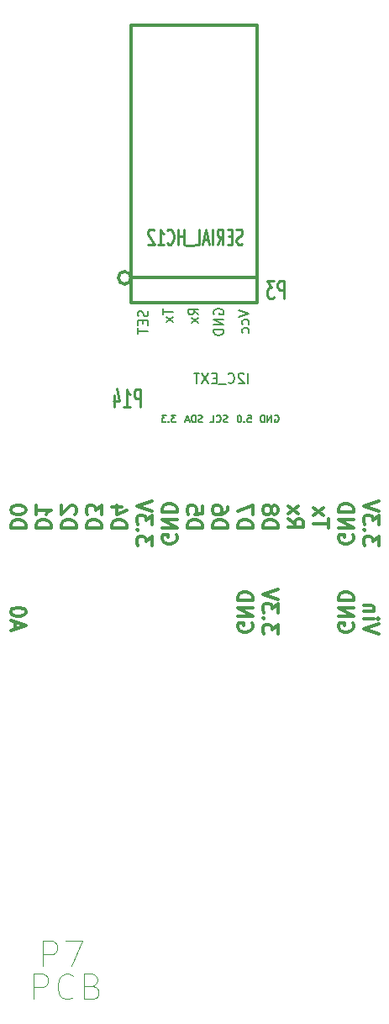
<source format=gbr>
G04 #@! TF.FileFunction,Legend,Bot*
%FSLAX46Y46*%
G04 Gerber Fmt 4.6, Leading zero omitted, Abs format (unit mm)*
G04 Created by KiCad (PCBNEW 4.0.5) date 12/07/17 20:38:25*
%MOMM*%
%LPD*%
G01*
G04 APERTURE LIST*
%ADD10C,0.500000*%
%ADD11C,0.175000*%
%ADD12C,0.300000*%
%ADD13C,0.271780*%
%ADD14C,0.254000*%
%ADD15C,0.150000*%
%ADD16C,0.088900*%
G04 APERTURE END LIST*
D10*
D11*
X32918333Y59786000D02*
X32984999Y59819333D01*
X33084999Y59819333D01*
X33184999Y59786000D01*
X33251666Y59719333D01*
X33284999Y59652667D01*
X33318333Y59519333D01*
X33318333Y59419333D01*
X33284999Y59286000D01*
X33251666Y59219333D01*
X33184999Y59152667D01*
X33084999Y59119333D01*
X33018333Y59119333D01*
X32918333Y59152667D01*
X32884999Y59186000D01*
X32884999Y59419333D01*
X33018333Y59419333D01*
X32584999Y59119333D02*
X32584999Y59819333D01*
X32184999Y59119333D01*
X32184999Y59819333D01*
X31851666Y59119333D02*
X31851666Y59819333D01*
X31685000Y59819333D01*
X31585000Y59786000D01*
X31518333Y59719333D01*
X31485000Y59652667D01*
X31451666Y59519333D01*
X31451666Y59419333D01*
X31485000Y59286000D01*
X31518333Y59219333D01*
X31585000Y59152667D01*
X31685000Y59119333D01*
X31851666Y59119333D01*
X30178333Y59819333D02*
X30511666Y59819333D01*
X30545000Y59486000D01*
X30511666Y59519333D01*
X30445000Y59552667D01*
X30278333Y59552667D01*
X30211666Y59519333D01*
X30178333Y59486000D01*
X30145000Y59419333D01*
X30145000Y59252667D01*
X30178333Y59186000D01*
X30211666Y59152667D01*
X30278333Y59119333D01*
X30445000Y59119333D01*
X30511666Y59152667D01*
X30545000Y59186000D01*
X29844999Y59186000D02*
X29811666Y59152667D01*
X29844999Y59119333D01*
X29878333Y59152667D01*
X29844999Y59186000D01*
X29844999Y59119333D01*
X29378333Y59819333D02*
X29311666Y59819333D01*
X29245000Y59786000D01*
X29211666Y59752667D01*
X29178333Y59686000D01*
X29145000Y59552667D01*
X29145000Y59386000D01*
X29178333Y59252667D01*
X29211666Y59186000D01*
X29245000Y59152667D01*
X29311666Y59119333D01*
X29378333Y59119333D01*
X29445000Y59152667D01*
X29478333Y59186000D01*
X29511666Y59252667D01*
X29545000Y59386000D01*
X29545000Y59552667D01*
X29511666Y59686000D01*
X29478333Y59752667D01*
X29445000Y59786000D01*
X29378333Y59819333D01*
X28138334Y59152667D02*
X28038334Y59119333D01*
X27871667Y59119333D01*
X27805000Y59152667D01*
X27771667Y59186000D01*
X27738334Y59252667D01*
X27738334Y59319333D01*
X27771667Y59386000D01*
X27805000Y59419333D01*
X27871667Y59452667D01*
X28005000Y59486000D01*
X28071667Y59519333D01*
X28105000Y59552667D01*
X28138334Y59619333D01*
X28138334Y59686000D01*
X28105000Y59752667D01*
X28071667Y59786000D01*
X28005000Y59819333D01*
X27838334Y59819333D01*
X27738334Y59786000D01*
X27038333Y59186000D02*
X27071667Y59152667D01*
X27171667Y59119333D01*
X27238333Y59119333D01*
X27338333Y59152667D01*
X27405000Y59219333D01*
X27438333Y59286000D01*
X27471667Y59419333D01*
X27471667Y59519333D01*
X27438333Y59652667D01*
X27405000Y59719333D01*
X27338333Y59786000D01*
X27238333Y59819333D01*
X27171667Y59819333D01*
X27071667Y59786000D01*
X27038333Y59752667D01*
X26405000Y59119333D02*
X26738333Y59119333D01*
X26738333Y59819333D01*
X25615000Y59152667D02*
X25515000Y59119333D01*
X25348333Y59119333D01*
X25281666Y59152667D01*
X25248333Y59186000D01*
X25215000Y59252667D01*
X25215000Y59319333D01*
X25248333Y59386000D01*
X25281666Y59419333D01*
X25348333Y59452667D01*
X25481666Y59486000D01*
X25548333Y59519333D01*
X25581666Y59552667D01*
X25615000Y59619333D01*
X25615000Y59686000D01*
X25581666Y59752667D01*
X25548333Y59786000D01*
X25481666Y59819333D01*
X25315000Y59819333D01*
X25215000Y59786000D01*
X24914999Y59119333D02*
X24914999Y59819333D01*
X24748333Y59819333D01*
X24648333Y59786000D01*
X24581666Y59719333D01*
X24548333Y59652667D01*
X24514999Y59519333D01*
X24514999Y59419333D01*
X24548333Y59286000D01*
X24581666Y59219333D01*
X24648333Y59152667D01*
X24748333Y59119333D01*
X24914999Y59119333D01*
X24248333Y59319333D02*
X23914999Y59319333D01*
X24314999Y59119333D02*
X24081666Y59819333D01*
X23848333Y59119333D01*
X22958333Y59819333D02*
X22525000Y59819333D01*
X22758333Y59552667D01*
X22658333Y59552667D01*
X22591666Y59519333D01*
X22558333Y59486000D01*
X22525000Y59419333D01*
X22525000Y59252667D01*
X22558333Y59186000D01*
X22591666Y59152667D01*
X22658333Y59119333D01*
X22858333Y59119333D01*
X22925000Y59152667D01*
X22958333Y59186000D01*
X22224999Y59186000D02*
X22191666Y59152667D01*
X22224999Y59119333D01*
X22258333Y59152667D01*
X22224999Y59186000D01*
X22224999Y59119333D01*
X21958333Y59819333D02*
X21525000Y59819333D01*
X21758333Y59552667D01*
X21658333Y59552667D01*
X21591666Y59519333D01*
X21558333Y59486000D01*
X21525000Y59419333D01*
X21525000Y59252667D01*
X21558333Y59186000D01*
X21591666Y59152667D01*
X21658333Y59119333D01*
X21858333Y59119333D01*
X21925000Y59152667D01*
X21958333Y59186000D01*
D12*
X6735000Y38298572D02*
X6735000Y39012858D01*
X6306429Y38155715D02*
X7806429Y38655715D01*
X6306429Y39155715D01*
X7806429Y39941429D02*
X7806429Y40084286D01*
X7735000Y40227143D01*
X7663571Y40298572D01*
X7520714Y40370001D01*
X7235000Y40441429D01*
X6877857Y40441429D01*
X6592143Y40370001D01*
X6449286Y40298572D01*
X6377857Y40227143D01*
X6306429Y40084286D01*
X6306429Y39941429D01*
X6377857Y39798572D01*
X6449286Y39727143D01*
X6592143Y39655715D01*
X6877857Y39584286D01*
X7235000Y39584286D01*
X7520714Y39655715D01*
X7663571Y39727143D01*
X7735000Y39798572D01*
X7806429Y39941429D01*
X43366429Y37834286D02*
X41866429Y38334286D01*
X43366429Y38834286D01*
X41866429Y39334286D02*
X42866429Y39334286D01*
X43366429Y39334286D02*
X43295000Y39262857D01*
X43223571Y39334286D01*
X43295000Y39405714D01*
X43366429Y39334286D01*
X43223571Y39334286D01*
X42866429Y40048572D02*
X41866429Y40048572D01*
X42723571Y40048572D02*
X42795000Y40120000D01*
X42866429Y40262858D01*
X42866429Y40477143D01*
X42795000Y40620000D01*
X42652143Y40691429D01*
X41866429Y40691429D01*
X43366429Y46680715D02*
X43366429Y47609286D01*
X42795000Y47109286D01*
X42795000Y47323572D01*
X42723571Y47466429D01*
X42652143Y47537858D01*
X42509286Y47609286D01*
X42152143Y47609286D01*
X42009286Y47537858D01*
X41937857Y47466429D01*
X41866429Y47323572D01*
X41866429Y46895000D01*
X41937857Y46752143D01*
X42009286Y46680715D01*
X42009286Y48252143D02*
X41937857Y48323571D01*
X41866429Y48252143D01*
X41937857Y48180714D01*
X42009286Y48252143D01*
X41866429Y48252143D01*
X43366429Y48823572D02*
X43366429Y49752143D01*
X42795000Y49252143D01*
X42795000Y49466429D01*
X42723571Y49609286D01*
X42652143Y49680715D01*
X42509286Y49752143D01*
X42152143Y49752143D01*
X42009286Y49680715D01*
X41937857Y49609286D01*
X41866429Y49466429D01*
X41866429Y49037857D01*
X41937857Y48895000D01*
X42009286Y48823572D01*
X43366429Y50180714D02*
X41866429Y50680714D01*
X43366429Y51180714D01*
X33206429Y37790715D02*
X33206429Y38719286D01*
X32635000Y38219286D01*
X32635000Y38433572D01*
X32563571Y38576429D01*
X32492143Y38647858D01*
X32349286Y38719286D01*
X31992143Y38719286D01*
X31849286Y38647858D01*
X31777857Y38576429D01*
X31706429Y38433572D01*
X31706429Y38005000D01*
X31777857Y37862143D01*
X31849286Y37790715D01*
X31849286Y39362143D02*
X31777857Y39433571D01*
X31706429Y39362143D01*
X31777857Y39290714D01*
X31849286Y39362143D01*
X31706429Y39362143D01*
X33206429Y39933572D02*
X33206429Y40862143D01*
X32635000Y40362143D01*
X32635000Y40576429D01*
X32563571Y40719286D01*
X32492143Y40790715D01*
X32349286Y40862143D01*
X31992143Y40862143D01*
X31849286Y40790715D01*
X31777857Y40719286D01*
X31706429Y40576429D01*
X31706429Y40147857D01*
X31777857Y40005000D01*
X31849286Y39933572D01*
X33206429Y41290714D02*
X31706429Y41790714D01*
X33206429Y42290714D01*
X40755000Y38862143D02*
X40826429Y38719286D01*
X40826429Y38505000D01*
X40755000Y38290715D01*
X40612143Y38147857D01*
X40469286Y38076429D01*
X40183571Y38005000D01*
X39969286Y38005000D01*
X39683571Y38076429D01*
X39540714Y38147857D01*
X39397857Y38290715D01*
X39326429Y38505000D01*
X39326429Y38647857D01*
X39397857Y38862143D01*
X39469286Y38933572D01*
X39969286Y38933572D01*
X39969286Y38647857D01*
X39326429Y39576429D02*
X40826429Y39576429D01*
X39326429Y40433572D01*
X40826429Y40433572D01*
X39326429Y41147858D02*
X40826429Y41147858D01*
X40826429Y41505001D01*
X40755000Y41719286D01*
X40612143Y41862144D01*
X40469286Y41933572D01*
X40183571Y42005001D01*
X39969286Y42005001D01*
X39683571Y41933572D01*
X39540714Y41862144D01*
X39397857Y41719286D01*
X39326429Y41505001D01*
X39326429Y41147858D01*
X30595000Y38862143D02*
X30666429Y38719286D01*
X30666429Y38505000D01*
X30595000Y38290715D01*
X30452143Y38147857D01*
X30309286Y38076429D01*
X30023571Y38005000D01*
X29809286Y38005000D01*
X29523571Y38076429D01*
X29380714Y38147857D01*
X29237857Y38290715D01*
X29166429Y38505000D01*
X29166429Y38647857D01*
X29237857Y38862143D01*
X29309286Y38933572D01*
X29809286Y38933572D01*
X29809286Y38647857D01*
X29166429Y39576429D02*
X30666429Y39576429D01*
X29166429Y40433572D01*
X30666429Y40433572D01*
X29166429Y41147858D02*
X30666429Y41147858D01*
X30666429Y41505001D01*
X30595000Y41719286D01*
X30452143Y41862144D01*
X30309286Y41933572D01*
X30023571Y42005001D01*
X29809286Y42005001D01*
X29523571Y41933572D01*
X29380714Y41862144D01*
X29237857Y41719286D01*
X29166429Y41505001D01*
X29166429Y41147858D01*
X40755000Y47752143D02*
X40826429Y47609286D01*
X40826429Y47395000D01*
X40755000Y47180715D01*
X40612143Y47037857D01*
X40469286Y46966429D01*
X40183571Y46895000D01*
X39969286Y46895000D01*
X39683571Y46966429D01*
X39540714Y47037857D01*
X39397857Y47180715D01*
X39326429Y47395000D01*
X39326429Y47537857D01*
X39397857Y47752143D01*
X39469286Y47823572D01*
X39969286Y47823572D01*
X39969286Y47537857D01*
X39326429Y48466429D02*
X40826429Y48466429D01*
X39326429Y49323572D01*
X40826429Y49323572D01*
X39326429Y50037858D02*
X40826429Y50037858D01*
X40826429Y50395001D01*
X40755000Y50609286D01*
X40612143Y50752144D01*
X40469286Y50823572D01*
X40183571Y50895001D01*
X39969286Y50895001D01*
X39683571Y50823572D01*
X39540714Y50752144D01*
X39397857Y50609286D01*
X39326429Y50395001D01*
X39326429Y50037858D01*
X38286429Y48494286D02*
X38286429Y49351429D01*
X36786429Y48922858D02*
X38286429Y48922858D01*
X36786429Y49708572D02*
X37786429Y50494286D01*
X37786429Y49708572D02*
X36786429Y50494286D01*
X34246429Y49387143D02*
X34960714Y48887143D01*
X34246429Y48530000D02*
X35746429Y48530000D01*
X35746429Y49101428D01*
X35675000Y49244286D01*
X35603571Y49315714D01*
X35460714Y49387143D01*
X35246429Y49387143D01*
X35103571Y49315714D01*
X35032143Y49244286D01*
X34960714Y49101428D01*
X34960714Y48530000D01*
X34246429Y49887143D02*
X35246429Y50672857D01*
X35246429Y49887143D02*
X34246429Y50672857D01*
X31706429Y48422858D02*
X33206429Y48422858D01*
X33206429Y48780001D01*
X33135000Y48994286D01*
X32992143Y49137144D01*
X32849286Y49208572D01*
X32563571Y49280001D01*
X32349286Y49280001D01*
X32063571Y49208572D01*
X31920714Y49137144D01*
X31777857Y48994286D01*
X31706429Y48780001D01*
X31706429Y48422858D01*
X32563571Y50137144D02*
X32635000Y49994286D01*
X32706429Y49922858D01*
X32849286Y49851429D01*
X32920714Y49851429D01*
X33063571Y49922858D01*
X33135000Y49994286D01*
X33206429Y50137144D01*
X33206429Y50422858D01*
X33135000Y50565715D01*
X33063571Y50637144D01*
X32920714Y50708572D01*
X32849286Y50708572D01*
X32706429Y50637144D01*
X32635000Y50565715D01*
X32563571Y50422858D01*
X32563571Y50137144D01*
X32492143Y49994286D01*
X32420714Y49922858D01*
X32277857Y49851429D01*
X31992143Y49851429D01*
X31849286Y49922858D01*
X31777857Y49994286D01*
X31706429Y50137144D01*
X31706429Y50422858D01*
X31777857Y50565715D01*
X31849286Y50637144D01*
X31992143Y50708572D01*
X32277857Y50708572D01*
X32420714Y50637144D01*
X32492143Y50565715D01*
X32563571Y50422858D01*
X29166429Y48422858D02*
X30666429Y48422858D01*
X30666429Y48780001D01*
X30595000Y48994286D01*
X30452143Y49137144D01*
X30309286Y49208572D01*
X30023571Y49280001D01*
X29809286Y49280001D01*
X29523571Y49208572D01*
X29380714Y49137144D01*
X29237857Y48994286D01*
X29166429Y48780001D01*
X29166429Y48422858D01*
X30666429Y49780001D02*
X30666429Y50780001D01*
X29166429Y50137144D01*
X26626429Y48422858D02*
X28126429Y48422858D01*
X28126429Y48780001D01*
X28055000Y48994286D01*
X27912143Y49137144D01*
X27769286Y49208572D01*
X27483571Y49280001D01*
X27269286Y49280001D01*
X26983571Y49208572D01*
X26840714Y49137144D01*
X26697857Y48994286D01*
X26626429Y48780001D01*
X26626429Y48422858D01*
X28126429Y50565715D02*
X28126429Y50280001D01*
X28055000Y50137144D01*
X27983571Y50065715D01*
X27769286Y49922858D01*
X27483571Y49851429D01*
X26912143Y49851429D01*
X26769286Y49922858D01*
X26697857Y49994286D01*
X26626429Y50137144D01*
X26626429Y50422858D01*
X26697857Y50565715D01*
X26769286Y50637144D01*
X26912143Y50708572D01*
X27269286Y50708572D01*
X27412143Y50637144D01*
X27483571Y50565715D01*
X27555000Y50422858D01*
X27555000Y50137144D01*
X27483571Y49994286D01*
X27412143Y49922858D01*
X27269286Y49851429D01*
X24086429Y48422858D02*
X25586429Y48422858D01*
X25586429Y48780001D01*
X25515000Y48994286D01*
X25372143Y49137144D01*
X25229286Y49208572D01*
X24943571Y49280001D01*
X24729286Y49280001D01*
X24443571Y49208572D01*
X24300714Y49137144D01*
X24157857Y48994286D01*
X24086429Y48780001D01*
X24086429Y48422858D01*
X25586429Y50637144D02*
X25586429Y49922858D01*
X24872143Y49851429D01*
X24943571Y49922858D01*
X25015000Y50065715D01*
X25015000Y50422858D01*
X24943571Y50565715D01*
X24872143Y50637144D01*
X24729286Y50708572D01*
X24372143Y50708572D01*
X24229286Y50637144D01*
X24157857Y50565715D01*
X24086429Y50422858D01*
X24086429Y50065715D01*
X24157857Y49922858D01*
X24229286Y49851429D01*
X22975000Y47752143D02*
X23046429Y47609286D01*
X23046429Y47395000D01*
X22975000Y47180715D01*
X22832143Y47037857D01*
X22689286Y46966429D01*
X22403571Y46895000D01*
X22189286Y46895000D01*
X21903571Y46966429D01*
X21760714Y47037857D01*
X21617857Y47180715D01*
X21546429Y47395000D01*
X21546429Y47537857D01*
X21617857Y47752143D01*
X21689286Y47823572D01*
X22189286Y47823572D01*
X22189286Y47537857D01*
X21546429Y48466429D02*
X23046429Y48466429D01*
X21546429Y49323572D01*
X23046429Y49323572D01*
X21546429Y50037858D02*
X23046429Y50037858D01*
X23046429Y50395001D01*
X22975000Y50609286D01*
X22832143Y50752144D01*
X22689286Y50823572D01*
X22403571Y50895001D01*
X22189286Y50895001D01*
X21903571Y50823572D01*
X21760714Y50752144D01*
X21617857Y50609286D01*
X21546429Y50395001D01*
X21546429Y50037858D01*
X20506429Y46680715D02*
X20506429Y47609286D01*
X19935000Y47109286D01*
X19935000Y47323572D01*
X19863571Y47466429D01*
X19792143Y47537858D01*
X19649286Y47609286D01*
X19292143Y47609286D01*
X19149286Y47537858D01*
X19077857Y47466429D01*
X19006429Y47323572D01*
X19006429Y46895000D01*
X19077857Y46752143D01*
X19149286Y46680715D01*
X19149286Y48252143D02*
X19077857Y48323571D01*
X19006429Y48252143D01*
X19077857Y48180714D01*
X19149286Y48252143D01*
X19006429Y48252143D01*
X20506429Y48823572D02*
X20506429Y49752143D01*
X19935000Y49252143D01*
X19935000Y49466429D01*
X19863571Y49609286D01*
X19792143Y49680715D01*
X19649286Y49752143D01*
X19292143Y49752143D01*
X19149286Y49680715D01*
X19077857Y49609286D01*
X19006429Y49466429D01*
X19006429Y49037857D01*
X19077857Y48895000D01*
X19149286Y48823572D01*
X20506429Y50180714D02*
X19006429Y50680714D01*
X20506429Y51180714D01*
X16466429Y48422858D02*
X17966429Y48422858D01*
X17966429Y48780001D01*
X17895000Y48994286D01*
X17752143Y49137144D01*
X17609286Y49208572D01*
X17323571Y49280001D01*
X17109286Y49280001D01*
X16823571Y49208572D01*
X16680714Y49137144D01*
X16537857Y48994286D01*
X16466429Y48780001D01*
X16466429Y48422858D01*
X17466429Y50565715D02*
X16466429Y50565715D01*
X18037857Y50208572D02*
X16966429Y49851429D01*
X16966429Y50780001D01*
X13926429Y48422858D02*
X15426429Y48422858D01*
X15426429Y48780001D01*
X15355000Y48994286D01*
X15212143Y49137144D01*
X15069286Y49208572D01*
X14783571Y49280001D01*
X14569286Y49280001D01*
X14283571Y49208572D01*
X14140714Y49137144D01*
X13997857Y48994286D01*
X13926429Y48780001D01*
X13926429Y48422858D01*
X15426429Y49780001D02*
X15426429Y50708572D01*
X14855000Y50208572D01*
X14855000Y50422858D01*
X14783571Y50565715D01*
X14712143Y50637144D01*
X14569286Y50708572D01*
X14212143Y50708572D01*
X14069286Y50637144D01*
X13997857Y50565715D01*
X13926429Y50422858D01*
X13926429Y49994286D01*
X13997857Y49851429D01*
X14069286Y49780001D01*
X11386429Y48422858D02*
X12886429Y48422858D01*
X12886429Y48780001D01*
X12815000Y48994286D01*
X12672143Y49137144D01*
X12529286Y49208572D01*
X12243571Y49280001D01*
X12029286Y49280001D01*
X11743571Y49208572D01*
X11600714Y49137144D01*
X11457857Y48994286D01*
X11386429Y48780001D01*
X11386429Y48422858D01*
X12743571Y49851429D02*
X12815000Y49922858D01*
X12886429Y50065715D01*
X12886429Y50422858D01*
X12815000Y50565715D01*
X12743571Y50637144D01*
X12600714Y50708572D01*
X12457857Y50708572D01*
X12243571Y50637144D01*
X11386429Y49780001D01*
X11386429Y50708572D01*
X8846429Y48422858D02*
X10346429Y48422858D01*
X10346429Y48780001D01*
X10275000Y48994286D01*
X10132143Y49137144D01*
X9989286Y49208572D01*
X9703571Y49280001D01*
X9489286Y49280001D01*
X9203571Y49208572D01*
X9060714Y49137144D01*
X8917857Y48994286D01*
X8846429Y48780001D01*
X8846429Y48422858D01*
X8846429Y50708572D02*
X8846429Y49851429D01*
X8846429Y50280001D02*
X10346429Y50280001D01*
X10132143Y50137144D01*
X9989286Y49994286D01*
X9917857Y49851429D01*
X6306429Y48422858D02*
X7806429Y48422858D01*
X7806429Y48780001D01*
X7735000Y48994286D01*
X7592143Y49137144D01*
X7449286Y49208572D01*
X7163571Y49280001D01*
X6949286Y49280001D01*
X6663571Y49208572D01*
X6520714Y49137144D01*
X6377857Y48994286D01*
X6306429Y48780001D01*
X6306429Y48422858D01*
X7806429Y50208572D02*
X7806429Y50351429D01*
X7735000Y50494286D01*
X7663571Y50565715D01*
X7520714Y50637144D01*
X7235000Y50708572D01*
X6877857Y50708572D01*
X6592143Y50637144D01*
X6449286Y50565715D01*
X6377857Y50494286D01*
X6306429Y50351429D01*
X6306429Y50208572D01*
X6377857Y50065715D01*
X6449286Y49994286D01*
X6592143Y49922858D01*
X6877857Y49851429D01*
X7235000Y49851429D01*
X7520714Y49922858D01*
X7663571Y49994286D01*
X7735000Y50065715D01*
X7806429Y50208572D01*
X31115000Y71120000D02*
X31115000Y90805000D01*
X31115000Y90805000D02*
X31115000Y99060000D01*
X31115000Y99060000D02*
X18415000Y99060000D01*
X18415000Y99060000D02*
X18415000Y71120000D01*
X18415000Y73660000D02*
G75*
G03X18415000Y73660000I-635000J0D01*
G01*
X31115000Y71120000D02*
X18415000Y71120000D01*
X18415000Y71120000D02*
X18415000Y73660000D01*
X18415000Y73660000D02*
X31115000Y73660000D01*
X31115000Y73660000D02*
X31115000Y71120000D01*
D13*
X33822398Y71607499D02*
X33822398Y73337239D01*
X33408257Y73337239D01*
X33304722Y73254870D01*
X33252954Y73172501D01*
X33201186Y73007764D01*
X33201186Y72760659D01*
X33252954Y72595921D01*
X33304722Y72513553D01*
X33408257Y72431184D01*
X33822398Y72431184D01*
X32838813Y73337239D02*
X32165834Y73337239D01*
X32528207Y72678290D01*
X32372905Y72678290D01*
X32269369Y72595921D01*
X32217602Y72513553D01*
X32165834Y72348816D01*
X32165834Y71936973D01*
X32217602Y71772236D01*
X32269369Y71689867D01*
X32372905Y71607499D01*
X32683510Y71607499D01*
X32787046Y71689867D01*
X32838813Y71772236D01*
D14*
X29633333Y77107143D02*
X29488190Y77034571D01*
X29246286Y77034571D01*
X29149524Y77107143D01*
X29101143Y77179714D01*
X29052762Y77324857D01*
X29052762Y77470000D01*
X29101143Y77615143D01*
X29149524Y77687714D01*
X29246286Y77760286D01*
X29439809Y77832857D01*
X29536571Y77905429D01*
X29584952Y77978000D01*
X29633333Y78123143D01*
X29633333Y78268286D01*
X29584952Y78413429D01*
X29536571Y78486000D01*
X29439809Y78558571D01*
X29197905Y78558571D01*
X29052762Y78486000D01*
X28617333Y77832857D02*
X28278667Y77832857D01*
X28133524Y77034571D02*
X28617333Y77034571D01*
X28617333Y78558571D01*
X28133524Y78558571D01*
X27117524Y77034571D02*
X27456190Y77760286D01*
X27698095Y77034571D02*
X27698095Y78558571D01*
X27311048Y78558571D01*
X27214286Y78486000D01*
X27165905Y78413429D01*
X27117524Y78268286D01*
X27117524Y78050571D01*
X27165905Y77905429D01*
X27214286Y77832857D01*
X27311048Y77760286D01*
X27698095Y77760286D01*
X26682095Y77034571D02*
X26682095Y78558571D01*
X26246666Y77470000D02*
X25762857Y77470000D01*
X26343428Y77034571D02*
X26004761Y78558571D01*
X25666095Y77034571D01*
X24843619Y77034571D02*
X25327428Y77034571D01*
X25327428Y78558571D01*
X24746857Y76889429D02*
X23972762Y76889429D01*
X23730857Y77034571D02*
X23730857Y78558571D01*
X23730857Y77832857D02*
X23150286Y77832857D01*
X23150286Y77034571D02*
X23150286Y78558571D01*
X22085905Y77179714D02*
X22134286Y77107143D01*
X22279429Y77034571D01*
X22376191Y77034571D01*
X22521333Y77107143D01*
X22618095Y77252286D01*
X22666476Y77397429D01*
X22714857Y77687714D01*
X22714857Y77905429D01*
X22666476Y78195714D01*
X22618095Y78340857D01*
X22521333Y78486000D01*
X22376191Y78558571D01*
X22279429Y78558571D01*
X22134286Y78486000D01*
X22085905Y78413429D01*
X21118286Y77034571D02*
X21698857Y77034571D01*
X21408571Y77034571D02*
X21408571Y78558571D01*
X21505333Y78340857D01*
X21602095Y78195714D01*
X21698857Y78123143D01*
X20731238Y78413429D02*
X20682857Y78486000D01*
X20586095Y78558571D01*
X20344191Y78558571D01*
X20247429Y78486000D01*
X20199048Y78413429D01*
X20150667Y78268286D01*
X20150667Y78123143D01*
X20199048Y77905429D01*
X20779619Y77034571D01*
X20150667Y77034571D01*
D15*
X29297381Y70405476D02*
X30297381Y70072143D01*
X29297381Y69738809D01*
X30249762Y68976904D02*
X30297381Y69072142D01*
X30297381Y69262619D01*
X30249762Y69357857D01*
X30202143Y69405476D01*
X30106905Y69453095D01*
X29821190Y69453095D01*
X29725952Y69405476D01*
X29678333Y69357857D01*
X29630714Y69262619D01*
X29630714Y69072142D01*
X29678333Y68976904D01*
X30249762Y68119761D02*
X30297381Y68214999D01*
X30297381Y68405476D01*
X30249762Y68500714D01*
X30202143Y68548333D01*
X30106905Y68595952D01*
X29821190Y68595952D01*
X29725952Y68548333D01*
X29678333Y68500714D01*
X29630714Y68405476D01*
X29630714Y68214999D01*
X29678333Y68119761D01*
X26805000Y69976904D02*
X26757381Y70072142D01*
X26757381Y70214999D01*
X26805000Y70357857D01*
X26900238Y70453095D01*
X26995476Y70500714D01*
X27185952Y70548333D01*
X27328810Y70548333D01*
X27519286Y70500714D01*
X27614524Y70453095D01*
X27709762Y70357857D01*
X27757381Y70214999D01*
X27757381Y70119761D01*
X27709762Y69976904D01*
X27662143Y69929285D01*
X27328810Y69929285D01*
X27328810Y70119761D01*
X27757381Y69500714D02*
X26757381Y69500714D01*
X27757381Y68929285D01*
X26757381Y68929285D01*
X27757381Y68453095D02*
X26757381Y68453095D01*
X26757381Y68215000D01*
X26805000Y68072142D01*
X26900238Y67976904D01*
X26995476Y67929285D01*
X27185952Y67881666D01*
X27328810Y67881666D01*
X27519286Y67929285D01*
X27614524Y67976904D01*
X27709762Y68072142D01*
X27757381Y68215000D01*
X27757381Y68453095D01*
X25217381Y69945238D02*
X24741190Y70278572D01*
X25217381Y70516667D02*
X24217381Y70516667D01*
X24217381Y70135714D01*
X24265000Y70040476D01*
X24312619Y69992857D01*
X24407857Y69945238D01*
X24550714Y69945238D01*
X24645952Y69992857D01*
X24693571Y70040476D01*
X24741190Y70135714D01*
X24741190Y70516667D01*
X25217381Y69611905D02*
X24550714Y69088095D01*
X24550714Y69611905D02*
X25217381Y69088095D01*
X21677381Y70540476D02*
X21677381Y69969047D01*
X22677381Y70254762D02*
X21677381Y70254762D01*
X22677381Y69730952D02*
X22010714Y69207142D01*
X22010714Y69730952D02*
X22677381Y69207142D01*
X20089762Y70334048D02*
X20137381Y70191191D01*
X20137381Y69953095D01*
X20089762Y69857857D01*
X20042143Y69810238D01*
X19946905Y69762619D01*
X19851667Y69762619D01*
X19756429Y69810238D01*
X19708810Y69857857D01*
X19661190Y69953095D01*
X19613571Y70143572D01*
X19565952Y70238810D01*
X19518333Y70286429D01*
X19423095Y70334048D01*
X19327857Y70334048D01*
X19232619Y70286429D01*
X19185000Y70238810D01*
X19137381Y70143572D01*
X19137381Y69905476D01*
X19185000Y69762619D01*
X19613571Y69334048D02*
X19613571Y69000714D01*
X20137381Y68857857D02*
X20137381Y69334048D01*
X19137381Y69334048D01*
X19137381Y68857857D01*
X19137381Y68572143D02*
X19137381Y68000714D01*
X20137381Y68286429D02*
X19137381Y68286429D01*
D16*
X9555238Y4311952D02*
X9555238Y6851952D01*
X10522857Y6851952D01*
X10764762Y6731000D01*
X10885714Y6610048D01*
X11006666Y6368143D01*
X11006666Y6005286D01*
X10885714Y5763381D01*
X10764762Y5642429D01*
X10522857Y5521476D01*
X9555238Y5521476D01*
X11853333Y6851952D02*
X13546666Y6851952D01*
X12458095Y4311952D01*
X8605762Y1009952D02*
X8605762Y3549952D01*
X9573381Y3549952D01*
X9815286Y3429000D01*
X9936238Y3308048D01*
X10057190Y3066143D01*
X10057190Y2703286D01*
X9936238Y2461381D01*
X9815286Y2340429D01*
X9573381Y2219476D01*
X8605762Y2219476D01*
X12597190Y1251857D02*
X12476238Y1130905D01*
X12113381Y1009952D01*
X11871476Y1009952D01*
X11508619Y1130905D01*
X11266714Y1372810D01*
X11145762Y1614714D01*
X11024810Y2098524D01*
X11024810Y2461381D01*
X11145762Y2945190D01*
X11266714Y3187095D01*
X11508619Y3429000D01*
X11871476Y3549952D01*
X12113381Y3549952D01*
X12476238Y3429000D01*
X12597190Y3308048D01*
X14532429Y2340429D02*
X14895286Y2219476D01*
X15016238Y2098524D01*
X15137190Y1856619D01*
X15137190Y1493762D01*
X15016238Y1251857D01*
X14895286Y1130905D01*
X14653381Y1009952D01*
X13685762Y1009952D01*
X13685762Y3549952D01*
X14532429Y3549952D01*
X14774333Y3429000D01*
X14895286Y3308048D01*
X15016238Y3066143D01*
X15016238Y2824238D01*
X14895286Y2582333D01*
X14774333Y2461381D01*
X14532429Y2340429D01*
X13685762Y2340429D01*
D13*
X19354074Y60685499D02*
X19354074Y62415239D01*
X18939933Y62415239D01*
X18836398Y62332870D01*
X18784630Y62250501D01*
X18732862Y62085764D01*
X18732862Y61838659D01*
X18784630Y61673921D01*
X18836398Y61591553D01*
X18939933Y61509184D01*
X19354074Y61509184D01*
X17697510Y60685499D02*
X18318722Y60685499D01*
X18008116Y60685499D02*
X18008116Y62415239D01*
X18111651Y62168133D01*
X18215186Y62003396D01*
X18318722Y61921027D01*
X16765693Y61838659D02*
X16765693Y60685499D01*
X17024531Y62497607D02*
X17283370Y61262079D01*
X16610390Y61262079D01*
D15*
X30225667Y63047619D02*
X30225667Y64047619D01*
X29797096Y63952381D02*
X29749477Y64000000D01*
X29654239Y64047619D01*
X29416143Y64047619D01*
X29320905Y64000000D01*
X29273286Y63952381D01*
X29225667Y63857143D01*
X29225667Y63761905D01*
X29273286Y63619048D01*
X29844715Y63047619D01*
X29225667Y63047619D01*
X28225667Y63142857D02*
X28273286Y63095238D01*
X28416143Y63047619D01*
X28511381Y63047619D01*
X28654239Y63095238D01*
X28749477Y63190476D01*
X28797096Y63285714D01*
X28844715Y63476190D01*
X28844715Y63619048D01*
X28797096Y63809524D01*
X28749477Y63904762D01*
X28654239Y64000000D01*
X28511381Y64047619D01*
X28416143Y64047619D01*
X28273286Y64000000D01*
X28225667Y63952381D01*
X28035191Y62952381D02*
X27273286Y62952381D01*
X27035191Y63571429D02*
X26701857Y63571429D01*
X26559000Y63047619D02*
X27035191Y63047619D01*
X27035191Y64047619D01*
X26559000Y64047619D01*
X26225667Y64047619D02*
X25559000Y63047619D01*
X25559000Y64047619D02*
X26225667Y63047619D01*
X25320905Y64047619D02*
X24749476Y64047619D01*
X25035191Y63047619D02*
X25035191Y64047619D01*
M02*

</source>
